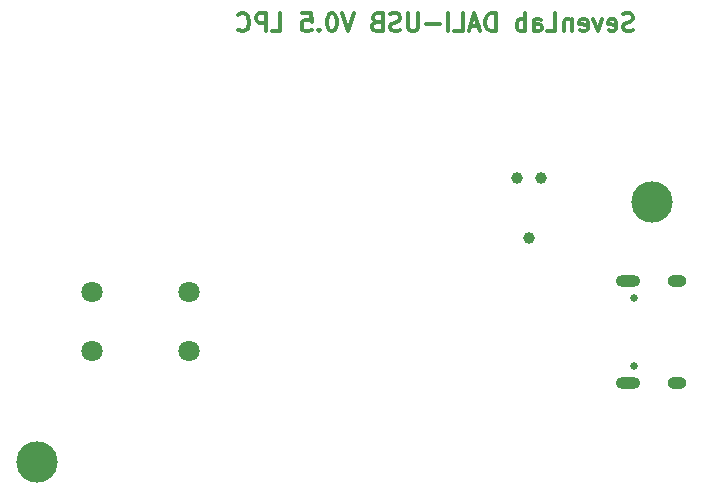
<source format=gbs>
G04 #@! TF.GenerationSoftware,KiCad,Pcbnew,6.0.2+dfsg-1*
G04 #@! TF.CreationDate,2022-10-14T13:44:06+02:00*
G04 #@! TF.ProjectId,DALI_USB,44414c49-5f55-4534-922e-6b696361645f,rev?*
G04 #@! TF.SameCoordinates,Original*
G04 #@! TF.FileFunction,Soldermask,Bot*
G04 #@! TF.FilePolarity,Negative*
%FSLAX46Y46*%
G04 Gerber Fmt 4.6, Leading zero omitted, Abs format (unit mm)*
G04 Created by KiCad (PCBNEW 6.0.2+dfsg-1) date 2022-10-14 13:44:06*
%MOMM*%
%LPD*%
G01*
G04 APERTURE LIST*
%ADD10C,0.300000*%
%ADD11C,3.500000*%
%ADD12C,0.990600*%
%ADD13C,1.803400*%
%ADD14C,0.650000*%
%ADD15O,1.600000X1.000000*%
%ADD16O,2.100000X1.000000*%
G04 APERTURE END LIST*
D10*
X143993685Y-47622542D02*
X143779400Y-47693971D01*
X143422257Y-47693971D01*
X143279400Y-47622542D01*
X143207971Y-47551114D01*
X143136542Y-47408257D01*
X143136542Y-47265400D01*
X143207971Y-47122542D01*
X143279400Y-47051114D01*
X143422257Y-46979685D01*
X143707971Y-46908257D01*
X143850828Y-46836828D01*
X143922257Y-46765400D01*
X143993685Y-46622542D01*
X143993685Y-46479685D01*
X143922257Y-46336828D01*
X143850828Y-46265400D01*
X143707971Y-46193971D01*
X143350828Y-46193971D01*
X143136542Y-46265400D01*
X141922257Y-47622542D02*
X142065114Y-47693971D01*
X142350828Y-47693971D01*
X142493685Y-47622542D01*
X142565114Y-47479685D01*
X142565114Y-46908257D01*
X142493685Y-46765400D01*
X142350828Y-46693971D01*
X142065114Y-46693971D01*
X141922257Y-46765400D01*
X141850828Y-46908257D01*
X141850828Y-47051114D01*
X142565114Y-47193971D01*
X141350828Y-46693971D02*
X140993685Y-47693971D01*
X140636542Y-46693971D01*
X139493685Y-47622542D02*
X139636542Y-47693971D01*
X139922257Y-47693971D01*
X140065114Y-47622542D01*
X140136542Y-47479685D01*
X140136542Y-46908257D01*
X140065114Y-46765400D01*
X139922257Y-46693971D01*
X139636542Y-46693971D01*
X139493685Y-46765400D01*
X139422257Y-46908257D01*
X139422257Y-47051114D01*
X140136542Y-47193971D01*
X138779400Y-46693971D02*
X138779400Y-47693971D01*
X138779400Y-46836828D02*
X138707971Y-46765400D01*
X138565114Y-46693971D01*
X138350828Y-46693971D01*
X138207971Y-46765400D01*
X138136542Y-46908257D01*
X138136542Y-47693971D01*
X136707971Y-47693971D02*
X137422257Y-47693971D01*
X137422257Y-46193971D01*
X135565114Y-47693971D02*
X135565114Y-46908257D01*
X135636542Y-46765400D01*
X135779400Y-46693971D01*
X136065114Y-46693971D01*
X136207971Y-46765400D01*
X135565114Y-47622542D02*
X135707971Y-47693971D01*
X136065114Y-47693971D01*
X136207971Y-47622542D01*
X136279400Y-47479685D01*
X136279400Y-47336828D01*
X136207971Y-47193971D01*
X136065114Y-47122542D01*
X135707971Y-47122542D01*
X135565114Y-47051114D01*
X134850828Y-47693971D02*
X134850828Y-46193971D01*
X134850828Y-46765400D02*
X134707971Y-46693971D01*
X134422257Y-46693971D01*
X134279400Y-46765400D01*
X134207971Y-46836828D01*
X134136542Y-46979685D01*
X134136542Y-47408257D01*
X134207971Y-47551114D01*
X134279400Y-47622542D01*
X134422257Y-47693971D01*
X134707971Y-47693971D01*
X134850828Y-47622542D01*
X132350828Y-47693971D02*
X132350828Y-46193971D01*
X131993685Y-46193971D01*
X131779400Y-46265400D01*
X131636542Y-46408257D01*
X131565114Y-46551114D01*
X131493685Y-46836828D01*
X131493685Y-47051114D01*
X131565114Y-47336828D01*
X131636542Y-47479685D01*
X131779400Y-47622542D01*
X131993685Y-47693971D01*
X132350828Y-47693971D01*
X130922257Y-47265400D02*
X130207971Y-47265400D01*
X131065114Y-47693971D02*
X130565114Y-46193971D01*
X130065114Y-47693971D01*
X128850828Y-47693971D02*
X129565114Y-47693971D01*
X129565114Y-46193971D01*
X128350828Y-47693971D02*
X128350828Y-46193971D01*
X127636542Y-47122542D02*
X126493685Y-47122542D01*
X125779400Y-46193971D02*
X125779400Y-47408257D01*
X125707971Y-47551114D01*
X125636542Y-47622542D01*
X125493685Y-47693971D01*
X125207971Y-47693971D01*
X125065114Y-47622542D01*
X124993685Y-47551114D01*
X124922257Y-47408257D01*
X124922257Y-46193971D01*
X124279400Y-47622542D02*
X124065114Y-47693971D01*
X123707971Y-47693971D01*
X123565114Y-47622542D01*
X123493685Y-47551114D01*
X123422257Y-47408257D01*
X123422257Y-47265400D01*
X123493685Y-47122542D01*
X123565114Y-47051114D01*
X123707971Y-46979685D01*
X123993685Y-46908257D01*
X124136542Y-46836828D01*
X124207971Y-46765400D01*
X124279400Y-46622542D01*
X124279400Y-46479685D01*
X124207971Y-46336828D01*
X124136542Y-46265400D01*
X123993685Y-46193971D01*
X123636542Y-46193971D01*
X123422257Y-46265400D01*
X122279400Y-46908257D02*
X122065114Y-46979685D01*
X121993685Y-47051114D01*
X121922257Y-47193971D01*
X121922257Y-47408257D01*
X121993685Y-47551114D01*
X122065114Y-47622542D01*
X122207971Y-47693971D01*
X122779400Y-47693971D01*
X122779400Y-46193971D01*
X122279400Y-46193971D01*
X122136542Y-46265400D01*
X122065114Y-46336828D01*
X121993685Y-46479685D01*
X121993685Y-46622542D01*
X122065114Y-46765400D01*
X122136542Y-46836828D01*
X122279400Y-46908257D01*
X122779400Y-46908257D01*
X120350828Y-46193971D02*
X119850828Y-47693971D01*
X119350828Y-46193971D01*
X118565114Y-46193971D02*
X118422257Y-46193971D01*
X118279400Y-46265400D01*
X118207971Y-46336828D01*
X118136542Y-46479685D01*
X118065114Y-46765400D01*
X118065114Y-47122542D01*
X118136542Y-47408257D01*
X118207971Y-47551114D01*
X118279400Y-47622542D01*
X118422257Y-47693971D01*
X118565114Y-47693971D01*
X118707971Y-47622542D01*
X118779400Y-47551114D01*
X118850828Y-47408257D01*
X118922257Y-47122542D01*
X118922257Y-46765400D01*
X118850828Y-46479685D01*
X118779400Y-46336828D01*
X118707971Y-46265400D01*
X118565114Y-46193971D01*
X117422257Y-47551114D02*
X117350828Y-47622542D01*
X117422257Y-47693971D01*
X117493685Y-47622542D01*
X117422257Y-47551114D01*
X117422257Y-47693971D01*
X115993685Y-46193971D02*
X116707971Y-46193971D01*
X116779400Y-46908257D01*
X116707971Y-46836828D01*
X116565114Y-46765400D01*
X116207971Y-46765400D01*
X116065114Y-46836828D01*
X115993685Y-46908257D01*
X115922257Y-47051114D01*
X115922257Y-47408257D01*
X115993685Y-47551114D01*
X116065114Y-47622542D01*
X116207971Y-47693971D01*
X116565114Y-47693971D01*
X116707971Y-47622542D01*
X116779400Y-47551114D01*
X113422257Y-47693971D02*
X114136542Y-47693971D01*
X114136542Y-46193971D01*
X112922257Y-47693971D02*
X112922257Y-46193971D01*
X112350828Y-46193971D01*
X112207971Y-46265400D01*
X112136542Y-46336828D01*
X112065114Y-46479685D01*
X112065114Y-46693971D01*
X112136542Y-46836828D01*
X112207971Y-46908257D01*
X112350828Y-46979685D01*
X112922257Y-46979685D01*
X110565114Y-47551114D02*
X110636542Y-47622542D01*
X110850828Y-47693971D01*
X110993685Y-47693971D01*
X111207971Y-47622542D01*
X111350828Y-47479685D01*
X111422257Y-47336828D01*
X111493685Y-47051114D01*
X111493685Y-46836828D01*
X111422257Y-46551114D01*
X111350828Y-46408257D01*
X111207971Y-46265400D01*
X110993685Y-46193971D01*
X110850828Y-46193971D01*
X110636542Y-46265400D01*
X110565114Y-46336828D01*
D11*
X93560400Y-84130400D03*
X145560400Y-62130400D03*
D12*
X136169400Y-60096400D03*
X135153400Y-65176400D03*
X134137400Y-60096400D03*
D13*
X106421600Y-69804403D03*
X98221601Y-69804403D03*
X106421600Y-74804403D03*
X98221601Y-74804403D03*
D14*
X144060400Y-70240400D03*
X144060400Y-76020400D03*
D15*
X147740400Y-77450400D03*
X147740400Y-68810400D03*
D16*
X143560400Y-68810400D03*
X143560400Y-77450400D03*
M02*

</source>
